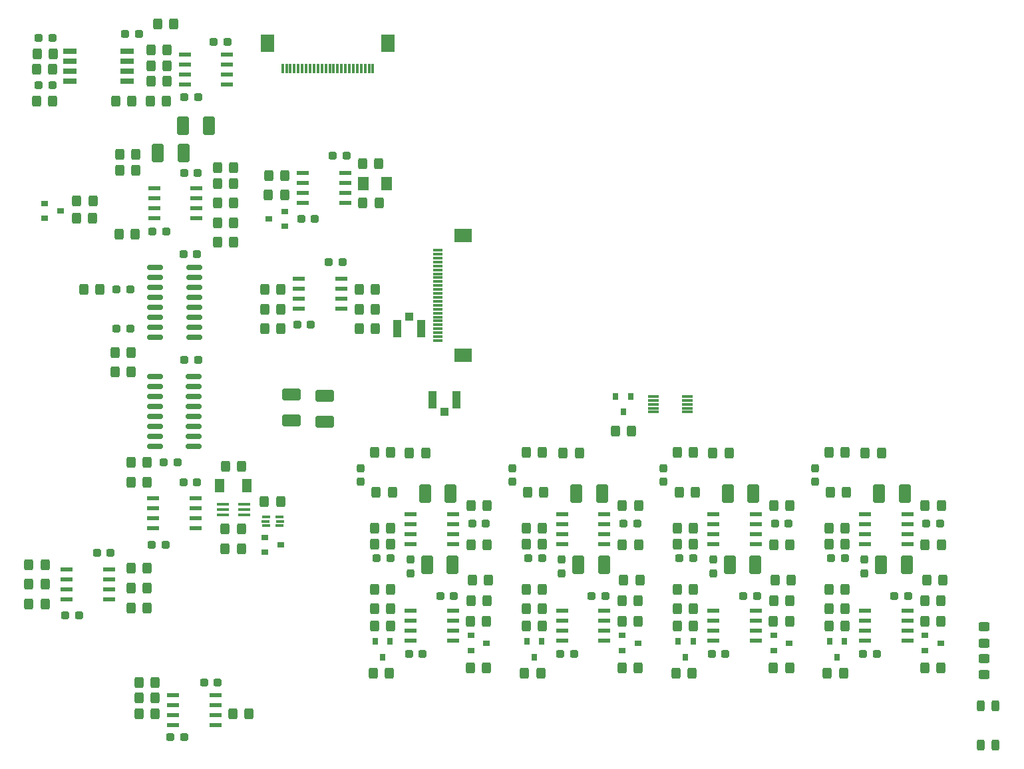
<source format=gbr>
G04 #@! TF.GenerationSoftware,KiCad,Pcbnew,(6.0.11-0)*
G04 #@! TF.CreationDate,2023-08-08T16:04:35+02:00*
G04 #@! TF.ProjectId,vm101-inout,766d3130-312d-4696-9e6f-75742e6b6963,rev?*
G04 #@! TF.SameCoordinates,Original*
G04 #@! TF.FileFunction,Paste,Top*
G04 #@! TF.FilePolarity,Positive*
%FSLAX46Y46*%
G04 Gerber Fmt 4.6, Leading zero omitted, Abs format (unit mm)*
G04 Created by KiCad (PCBNEW (6.0.11-0)) date 2023-08-08 16:04:35*
%MOMM*%
%LPD*%
G01*
G04 APERTURE LIST*
G04 Aperture macros list*
%AMRoundRect*
0 Rectangle with rounded corners*
0 $1 Rounding radius*
0 $2 $3 $4 $5 $6 $7 $8 $9 X,Y pos of 4 corners*
0 Add a 4 corners polygon primitive as box body*
4,1,4,$2,$3,$4,$5,$6,$7,$8,$9,$2,$3,0*
0 Add four circle primitives for the rounded corners*
1,1,$1+$1,$2,$3*
1,1,$1+$1,$4,$5*
1,1,$1+$1,$6,$7*
1,1,$1+$1,$8,$9*
0 Add four rect primitives between the rounded corners*
20,1,$1+$1,$2,$3,$4,$5,0*
20,1,$1+$1,$4,$5,$6,$7,0*
20,1,$1+$1,$6,$7,$8,$9,0*
20,1,$1+$1,$8,$9,$2,$3,0*%
G04 Aperture macros list end*
%ADD10RoundRect,0.250000X-0.325000X-0.450000X0.325000X-0.450000X0.325000X0.450000X-0.325000X0.450000X0*%
%ADD11RoundRect,0.250000X0.325000X0.450000X-0.325000X0.450000X-0.325000X-0.450000X0.325000X-0.450000X0*%
%ADD12R,1.550000X0.600000*%
%ADD13RoundRect,0.237500X0.287500X0.237500X-0.287500X0.237500X-0.287500X-0.237500X0.287500X-0.237500X0*%
%ADD14RoundRect,0.250001X0.499999X0.924999X-0.499999X0.924999X-0.499999X-0.924999X0.499999X-0.924999X0*%
%ADD15RoundRect,0.237500X-0.287500X-0.237500X0.287500X-0.237500X0.287500X0.237500X-0.287500X0.237500X0*%
%ADD16RoundRect,0.237500X0.237500X-0.287500X0.237500X0.287500X-0.237500X0.287500X-0.237500X-0.287500X0*%
%ADD17RoundRect,0.237500X-0.237500X0.287500X-0.237500X-0.287500X0.237500X-0.287500X0.237500X0.287500X0*%
%ADD18R,0.800000X0.900000*%
%ADD19R,0.900000X0.800000*%
%ADD20RoundRect,0.250001X0.462499X0.624999X-0.462499X0.624999X-0.462499X-0.624999X0.462499X-0.624999X0*%
%ADD21RoundRect,0.250001X-0.924999X0.499999X-0.924999X-0.499999X0.924999X-0.499999X0.924999X0.499999X0*%
%ADD22R,1.300000X1.700000*%
%ADD23RoundRect,0.243750X-0.243750X-0.456250X0.243750X-0.456250X0.243750X0.456250X-0.243750X0.456250X0*%
%ADD24RoundRect,0.250000X-0.450000X0.325000X-0.450000X-0.325000X0.450000X-0.325000X0.450000X0.325000X0*%
%ADD25RoundRect,0.250000X0.450000X-0.325000X0.450000X0.325000X-0.450000X0.325000X-0.450000X-0.325000X0*%
%ADD26R,1.300000X0.300000*%
%ADD27R,2.200000X1.800000*%
%ADD28R,1.500000X0.400000*%
%ADD29R,1.000000X0.375000*%
%ADD30R,1.100000X0.300000*%
%ADD31RoundRect,0.150000X-0.825000X-0.150000X0.825000X-0.150000X0.825000X0.150000X-0.825000X0.150000X0*%
%ADD32R,1.400000X0.300000*%
%ADD33R,1.000000X1.050000*%
%ADD34R,1.041400X2.209800*%
%ADD35R,0.300000X1.300000*%
%ADD36R,1.800000X2.200000*%
%ADD37R,1.700000X0.650000*%
G04 APERTURE END LIST*
D10*
X118950000Y-60800000D03*
X121000000Y-60800000D03*
X126491666Y-67500000D03*
X128541666Y-67500000D03*
D11*
X116291666Y-70400000D03*
X114241666Y-70400000D03*
D10*
X114241666Y-72400000D03*
X116291666Y-72400000D03*
X114241666Y-60750000D03*
X116291666Y-60750000D03*
D11*
X128541666Y-72500000D03*
X126491666Y-72500000D03*
D10*
X114241666Y-78200000D03*
X116291666Y-78200000D03*
X114441666Y-65800000D03*
X116491666Y-65800000D03*
X126441666Y-88200000D03*
X128491666Y-88200000D03*
X126666666Y-77000000D03*
X128716666Y-77000000D03*
X126441666Y-82200000D03*
X128491666Y-82200000D03*
X114241666Y-82800000D03*
X116291666Y-82800000D03*
D11*
X116091666Y-88800000D03*
X114041666Y-88800000D03*
D10*
X114241666Y-80600000D03*
X116291666Y-80600000D03*
D11*
X128516666Y-79600000D03*
X126466666Y-79600000D03*
D12*
X118816666Y-80895000D03*
X118816666Y-82165000D03*
X118816666Y-83435000D03*
X118816666Y-84705000D03*
X124216666Y-84705000D03*
X124216666Y-83435000D03*
X124216666Y-82165000D03*
X124216666Y-80895000D03*
D13*
X128391666Y-69750000D03*
X126641666Y-69750000D03*
D14*
X123891666Y-66000000D03*
X120641666Y-66000000D03*
D15*
X114516666Y-74200000D03*
X116266666Y-74200000D03*
D14*
X124141666Y-75000000D03*
X120891666Y-75000000D03*
D16*
X118766666Y-76125000D03*
X118766666Y-74375000D03*
D17*
X112466666Y-62725000D03*
X112466666Y-64475000D03*
D13*
X124341666Y-79000000D03*
X122591666Y-79000000D03*
D15*
X118591666Y-86400000D03*
X120341666Y-86400000D03*
D18*
X116216666Y-84800000D03*
X114316666Y-84800000D03*
X115266666Y-86800000D03*
D19*
X126466666Y-84050000D03*
X128466666Y-85000000D03*
X126466666Y-85950000D03*
D11*
X59100000Y-30900000D03*
X57050000Y-30900000D03*
D13*
X63875000Y-40000000D03*
X62125000Y-40000000D03*
D10*
X92975000Y-45000000D03*
X95025000Y-45000000D03*
D11*
X83025000Y-45000000D03*
X80975000Y-45000000D03*
D15*
X89125000Y-36500000D03*
X90875000Y-36500000D03*
X85125000Y-44500000D03*
X86875000Y-44500000D03*
D10*
X92975000Y-42500000D03*
X95025000Y-42500000D03*
X92975000Y-40000000D03*
X95025000Y-40000000D03*
X80975000Y-42500000D03*
X83025000Y-42500000D03*
X80975000Y-40000000D03*
X83025000Y-40000000D03*
D12*
X85300000Y-38595000D03*
X85300000Y-39865000D03*
X85300000Y-41135000D03*
X85300000Y-42405000D03*
X90700000Y-42405000D03*
X90700000Y-41135000D03*
X90700000Y-39865000D03*
X90700000Y-38595000D03*
D11*
X78000000Y-73000000D03*
X75950000Y-73000000D03*
D20*
X96487500Y-26500000D03*
X93512500Y-26500000D03*
D12*
X66900000Y-27095000D03*
X66900000Y-28365000D03*
X66900000Y-29635000D03*
X66900000Y-30905000D03*
X72300000Y-30905000D03*
X72300000Y-29635000D03*
X72300000Y-28365000D03*
X72300000Y-27095000D03*
D15*
X59625000Y-73500000D03*
X61375000Y-73500000D03*
D13*
X57375000Y-81500000D03*
X55625000Y-81500000D03*
D21*
X84400000Y-53400000D03*
X84400000Y-56650000D03*
X88600000Y-53550000D03*
X88600000Y-56800000D03*
D15*
X70725000Y-25200000D03*
X72475000Y-25200000D03*
X89625000Y-23000000D03*
X91375000Y-23000000D03*
X70625000Y-35500000D03*
X72375000Y-35500000D03*
X66725000Y-32600000D03*
X68475000Y-32600000D03*
D11*
X53025000Y-75000000D03*
X50975000Y-75000000D03*
D15*
X85625000Y-31000000D03*
X87375000Y-31000000D03*
D13*
X63875000Y-45000000D03*
X62125000Y-45000000D03*
D10*
X61950000Y-48000000D03*
X64000000Y-48000000D03*
X50975000Y-77500000D03*
X53025000Y-77500000D03*
D15*
X70625000Y-64500000D03*
X72375000Y-64500000D03*
D10*
X50975000Y-80000000D03*
X53025000Y-80000000D03*
D15*
X70750000Y-49000000D03*
X72500000Y-49000000D03*
X66625000Y-72500000D03*
X68375000Y-72500000D03*
D14*
X73850000Y-19200000D03*
X70600000Y-19200000D03*
X70650000Y-22600000D03*
X67400000Y-22600000D03*
D13*
X147658332Y-69750000D03*
X145908332Y-69750000D03*
D14*
X143158332Y-66000000D03*
X139908332Y-66000000D03*
D15*
X133783332Y-74200000D03*
X135533332Y-74200000D03*
D14*
X143408332Y-75000000D03*
X140158332Y-75000000D03*
D16*
X138033332Y-76125000D03*
X138033332Y-74375000D03*
D17*
X131733332Y-62725000D03*
X131733332Y-64475000D03*
D13*
X143608332Y-79000000D03*
X141858332Y-79000000D03*
D15*
X137858332Y-86400000D03*
X139608332Y-86400000D03*
D13*
X166925000Y-69750000D03*
X165175000Y-69750000D03*
D14*
X162425000Y-66000000D03*
X159175000Y-66000000D03*
D15*
X153050000Y-74200000D03*
X154800000Y-74200000D03*
D14*
X162675000Y-75000000D03*
X159425000Y-75000000D03*
D16*
X157300000Y-76125000D03*
X157300000Y-74375000D03*
D13*
X162875000Y-79000000D03*
X161125000Y-79000000D03*
D15*
X157125000Y-86400000D03*
X158875000Y-86400000D03*
D13*
X109125000Y-69750000D03*
X107375000Y-69750000D03*
D14*
X104625000Y-66000000D03*
X101375000Y-66000000D03*
D15*
X95250000Y-74200000D03*
X97000000Y-74200000D03*
D14*
X104875000Y-75000000D03*
X101625000Y-75000000D03*
D16*
X99500000Y-76125000D03*
X99500000Y-74375000D03*
D17*
X93200000Y-62725000D03*
X93200000Y-64475000D03*
D13*
X105075000Y-79000000D03*
X103325000Y-79000000D03*
D15*
X99325000Y-86400000D03*
X101075000Y-86400000D03*
D19*
X53000000Y-29050000D03*
X53000000Y-30950000D03*
X55000000Y-30000000D03*
X83500000Y-31950000D03*
X83500000Y-30050000D03*
X81500000Y-31000000D03*
D22*
X78750000Y-65000000D03*
X75250000Y-65000000D03*
D19*
X81000000Y-73450000D03*
X83000000Y-72500000D03*
X81000000Y-71550000D03*
D18*
X135483332Y-84800000D03*
X133583332Y-84800000D03*
X134533332Y-86800000D03*
X154750000Y-84800000D03*
X152850000Y-84800000D03*
X153800000Y-86800000D03*
X96950000Y-84800000D03*
X95050000Y-84800000D03*
X96000000Y-86800000D03*
D23*
X172125000Y-98000000D03*
X174000000Y-98000000D03*
X172125000Y-93000000D03*
X174000000Y-93000000D03*
D24*
X172500000Y-86950000D03*
X172500000Y-89000000D03*
D25*
X172500000Y-85000000D03*
X172500000Y-82950000D03*
D26*
X103000000Y-46500000D03*
X103000000Y-46000000D03*
X103000000Y-45500000D03*
X103000000Y-45000000D03*
X103000000Y-44500000D03*
X103000000Y-44000000D03*
X103000000Y-43500000D03*
X103000000Y-43000000D03*
X103000000Y-42500000D03*
X103000000Y-42000000D03*
X103000000Y-41500000D03*
X103000000Y-41000000D03*
X103000000Y-40500000D03*
X103000000Y-40000000D03*
X103000000Y-39500000D03*
X103000000Y-39000000D03*
X103000000Y-38500000D03*
X103000000Y-38000000D03*
X103000000Y-37500000D03*
X103000000Y-37000000D03*
X103000000Y-36500000D03*
X103000000Y-36000000D03*
X103000000Y-35500000D03*
X103000000Y-35000000D03*
D27*
X106250000Y-33100000D03*
X106250000Y-48400000D03*
D12*
X118816666Y-68595000D03*
X118816666Y-69865000D03*
X118816666Y-71135000D03*
X118816666Y-72405000D03*
X124216666Y-72405000D03*
X124216666Y-71135000D03*
X124216666Y-69865000D03*
X124216666Y-68595000D03*
D28*
X75670000Y-67350000D03*
X75670000Y-68000000D03*
X75670000Y-68650000D03*
X78330000Y-68650000D03*
X78330000Y-68000000D03*
X78330000Y-67350000D03*
D29*
X81150000Y-68962500D03*
D30*
X81075000Y-69500000D03*
D29*
X81150000Y-70037500D03*
X82850000Y-70037500D03*
D30*
X82925000Y-69500000D03*
D29*
X82850000Y-68962500D03*
D19*
X145733332Y-84050000D03*
X147733332Y-85000000D03*
X145733332Y-85950000D03*
X165000000Y-84050000D03*
X167000000Y-85000000D03*
X165000000Y-85950000D03*
X107200000Y-84050000D03*
X109200000Y-85000000D03*
X107200000Y-85950000D03*
D10*
X63975000Y-75500000D03*
X66025000Y-75500000D03*
D11*
X66025000Y-78000000D03*
X63975000Y-78000000D03*
X66025000Y-80500000D03*
X63975000Y-80500000D03*
X67025000Y-90000000D03*
X64975000Y-90000000D03*
D10*
X65000000Y-94000000D03*
X67050000Y-94000000D03*
X76950000Y-94000000D03*
X79000000Y-94000000D03*
X62450000Y-33000000D03*
X64500000Y-33000000D03*
X57075000Y-28700000D03*
X59125000Y-28700000D03*
D11*
X77000000Y-31500000D03*
X74950000Y-31500000D03*
D10*
X74950000Y-24500000D03*
X77000000Y-24500000D03*
D11*
X77025000Y-34000000D03*
X74975000Y-34000000D03*
X77025000Y-26500000D03*
X74975000Y-26500000D03*
D10*
X74975000Y-29000000D03*
X77025000Y-29000000D03*
D11*
X95525000Y-29000000D03*
X93475000Y-29000000D03*
D10*
X93450000Y-24000000D03*
X95500000Y-24000000D03*
X81450000Y-28000000D03*
X83500000Y-28000000D03*
D11*
X83525000Y-25500000D03*
X81475000Y-25500000D03*
D10*
X75975000Y-62500000D03*
X78025000Y-62500000D03*
D11*
X66050000Y-64500000D03*
X64000000Y-64500000D03*
D10*
X63950000Y-62000000D03*
X66000000Y-62000000D03*
X61950000Y-50500000D03*
X64000000Y-50500000D03*
D11*
X83000000Y-67000000D03*
X80950000Y-67000000D03*
D10*
X125575000Y-58000000D03*
X127625000Y-58000000D03*
X138000000Y-60800000D03*
X140050000Y-60800000D03*
X145758332Y-67500000D03*
X147808332Y-67500000D03*
D11*
X135558332Y-70400000D03*
X133508332Y-70400000D03*
D10*
X133508332Y-72400000D03*
X135558332Y-72400000D03*
X133508332Y-60750000D03*
X135558332Y-60750000D03*
D11*
X147808332Y-72500000D03*
X145758332Y-72500000D03*
D10*
X133508332Y-78200000D03*
X135558332Y-78200000D03*
X133708332Y-65800000D03*
X135758332Y-65800000D03*
X145708332Y-88200000D03*
X147758332Y-88200000D03*
X145933332Y-77000000D03*
X147983332Y-77000000D03*
X145708332Y-82200000D03*
X147758332Y-82200000D03*
X133508332Y-82800000D03*
X135558332Y-82800000D03*
D11*
X135358332Y-88800000D03*
X133308332Y-88800000D03*
D10*
X133508332Y-80600000D03*
X135558332Y-80600000D03*
D11*
X147783332Y-79600000D03*
X145733332Y-79600000D03*
D10*
X157400000Y-60800000D03*
X159450000Y-60800000D03*
X165025000Y-67500000D03*
X167075000Y-67500000D03*
D11*
X154825000Y-70400000D03*
X152775000Y-70400000D03*
D10*
X152775000Y-72400000D03*
X154825000Y-72400000D03*
X152775000Y-60750000D03*
X154825000Y-60750000D03*
D11*
X167075000Y-72500000D03*
X165025000Y-72500000D03*
D10*
X152775000Y-78200000D03*
X154825000Y-78200000D03*
X152975000Y-65800000D03*
X155025000Y-65800000D03*
X164975000Y-88200000D03*
X167025000Y-88200000D03*
X165200000Y-77000000D03*
X167250000Y-77000000D03*
X164975000Y-82200000D03*
X167025000Y-82200000D03*
X152775000Y-82800000D03*
X154825000Y-82800000D03*
D11*
X154625000Y-88800000D03*
X152575000Y-88800000D03*
D10*
X152775000Y-80600000D03*
X154825000Y-80600000D03*
D11*
X167050000Y-79600000D03*
X165000000Y-79600000D03*
D10*
X99400000Y-60800000D03*
X101450000Y-60800000D03*
X107225000Y-67500000D03*
X109275000Y-67500000D03*
D11*
X97025000Y-70400000D03*
X94975000Y-70400000D03*
D10*
X94975000Y-72400000D03*
X97025000Y-72400000D03*
X94975000Y-60750000D03*
X97025000Y-60750000D03*
D11*
X109275000Y-72500000D03*
X107225000Y-72500000D03*
D10*
X94975000Y-78200000D03*
X97025000Y-78200000D03*
X95175000Y-65800000D03*
X97225000Y-65800000D03*
X107175000Y-88200000D03*
X109225000Y-88200000D03*
X107400000Y-77000000D03*
X109450000Y-77000000D03*
X107175000Y-82200000D03*
X109225000Y-82200000D03*
X94975000Y-82800000D03*
X97025000Y-82800000D03*
X94975000Y-80600000D03*
X97025000Y-80600000D03*
D11*
X109250000Y-79600000D03*
X107200000Y-79600000D03*
D12*
X55800000Y-75595000D03*
X55800000Y-76865000D03*
X55800000Y-78135000D03*
X55800000Y-79405000D03*
X61200000Y-79405000D03*
X61200000Y-78135000D03*
X61200000Y-76865000D03*
X61200000Y-75595000D03*
X69300000Y-91595000D03*
X69300000Y-92865000D03*
X69300000Y-94135000D03*
X69300000Y-95405000D03*
X74700000Y-95405000D03*
X74700000Y-94135000D03*
X74700000Y-92865000D03*
X74700000Y-91595000D03*
D31*
X67050000Y-37190000D03*
X67050000Y-38460000D03*
X67050000Y-39730000D03*
X67050000Y-41000000D03*
X67050000Y-42270000D03*
X67050000Y-43540000D03*
X67050000Y-44810000D03*
X67050000Y-46080000D03*
X72000000Y-46080000D03*
X72000000Y-44810000D03*
X72000000Y-43540000D03*
X72000000Y-42270000D03*
X72000000Y-41000000D03*
X72000000Y-39730000D03*
X72000000Y-38460000D03*
X72000000Y-37190000D03*
D12*
X85860000Y-25195000D03*
X85860000Y-26465000D03*
X85860000Y-27735000D03*
X85860000Y-29005000D03*
X91260000Y-29005000D03*
X91260000Y-27735000D03*
X91260000Y-26465000D03*
X91260000Y-25195000D03*
D31*
X67025000Y-51055000D03*
X67025000Y-52325000D03*
X67025000Y-53595000D03*
X67025000Y-54865000D03*
X67025000Y-56135000D03*
X67025000Y-57405000D03*
X67025000Y-58675000D03*
X67025000Y-59945000D03*
X71975000Y-59945000D03*
X71975000Y-58675000D03*
X71975000Y-57405000D03*
X71975000Y-56135000D03*
X71975000Y-54865000D03*
X71975000Y-53595000D03*
X71975000Y-52325000D03*
X71975000Y-51055000D03*
D12*
X66800000Y-66595000D03*
X66800000Y-67865000D03*
X66800000Y-69135000D03*
X66800000Y-70405000D03*
X72200000Y-70405000D03*
X72200000Y-69135000D03*
X72200000Y-67865000D03*
X72200000Y-66595000D03*
D18*
X127550000Y-53600000D03*
X125650000Y-53600000D03*
X126600000Y-55600000D03*
D32*
X134800000Y-55600000D03*
X134800000Y-55100000D03*
X134800000Y-54600000D03*
X134800000Y-54100000D03*
X134800000Y-53600000D03*
X130400000Y-53600000D03*
X130400000Y-54100000D03*
X130400000Y-54600000D03*
X130400000Y-55100000D03*
X130400000Y-55600000D03*
D12*
X138083332Y-68595000D03*
X138083332Y-69865000D03*
X138083332Y-71135000D03*
X138083332Y-72405000D03*
X143483332Y-72405000D03*
X143483332Y-71135000D03*
X143483332Y-69865000D03*
X143483332Y-68595000D03*
X138083332Y-80895000D03*
X138083332Y-82165000D03*
X138083332Y-83435000D03*
X138083332Y-84705000D03*
X143483332Y-84705000D03*
X143483332Y-83435000D03*
X143483332Y-82165000D03*
X143483332Y-80895000D03*
X157350000Y-68595000D03*
X157350000Y-69865000D03*
X157350000Y-71135000D03*
X157350000Y-72405000D03*
X162750000Y-72405000D03*
X162750000Y-71135000D03*
X162750000Y-69865000D03*
X162750000Y-68595000D03*
X157350000Y-80895000D03*
X157350000Y-82165000D03*
X157350000Y-83435000D03*
X157350000Y-84705000D03*
X162750000Y-84705000D03*
X162750000Y-83435000D03*
X162750000Y-82165000D03*
X162750000Y-80895000D03*
X99550000Y-68595000D03*
X99550000Y-69865000D03*
X99550000Y-71135000D03*
X99550000Y-72405000D03*
X104950000Y-72405000D03*
X104950000Y-71135000D03*
X104950000Y-69865000D03*
X104950000Y-68595000D03*
X99550000Y-80895000D03*
X99550000Y-82165000D03*
X99550000Y-83435000D03*
X99550000Y-84705000D03*
X104950000Y-84705000D03*
X104950000Y-83435000D03*
X104950000Y-82165000D03*
X104950000Y-80895000D03*
D11*
X96825000Y-88800000D03*
X94775000Y-88800000D03*
D33*
X99352499Y-43474999D03*
D34*
X97854998Y-45000000D03*
X100850000Y-45000000D03*
D33*
X103852499Y-55525001D03*
D34*
X105350000Y-54000000D03*
X102354998Y-54000000D03*
D15*
X73250000Y-90000000D03*
X75000000Y-90000000D03*
D13*
X70750000Y-97000000D03*
X69000000Y-97000000D03*
D11*
X67050000Y-92000000D03*
X65000000Y-92000000D03*
D35*
X94750000Y-11900000D03*
X94250000Y-11900000D03*
X93750000Y-11900000D03*
X93250000Y-11900000D03*
X92750000Y-11900000D03*
X92250000Y-11900000D03*
X91750000Y-11900000D03*
X91250000Y-11900000D03*
X90750000Y-11900000D03*
X90250000Y-11900000D03*
X89750000Y-11900000D03*
X89250000Y-11900000D03*
X88750000Y-11900000D03*
X88250000Y-11900000D03*
X87750000Y-11900000D03*
X87250000Y-11900000D03*
X86750000Y-11900000D03*
X86250000Y-11900000D03*
X85750000Y-11900000D03*
X85250000Y-11900000D03*
X84750000Y-11900000D03*
X84250000Y-11900000D03*
X83750000Y-11900000D03*
X83250000Y-11900000D03*
D36*
X96650000Y-8650000D03*
X81350000Y-8650000D03*
D12*
X70800000Y-10095000D03*
X70800000Y-11365000D03*
X70800000Y-12635000D03*
X70800000Y-13905000D03*
X76200000Y-13905000D03*
X76200000Y-12635000D03*
X76200000Y-11365000D03*
X76200000Y-10095000D03*
D37*
X56200000Y-9690000D03*
X56200000Y-10960000D03*
X56200000Y-12230000D03*
X56200000Y-13500000D03*
X63500000Y-13500000D03*
X63500000Y-12230000D03*
X63500000Y-10960000D03*
X63500000Y-9690000D03*
D15*
X52250000Y-8000000D03*
X54000000Y-8000000D03*
X52250000Y-14000000D03*
X54000000Y-14000000D03*
D13*
X76250000Y-8500000D03*
X74500000Y-8500000D03*
D15*
X63250000Y-7500000D03*
X65000000Y-7500000D03*
D10*
X51975000Y-12000000D03*
X54025000Y-12000000D03*
X66450000Y-16000000D03*
X68500000Y-16000000D03*
D11*
X64050000Y-16000000D03*
X62000000Y-16000000D03*
D10*
X66475000Y-9500000D03*
X68525000Y-9500000D03*
X66475000Y-13500000D03*
X68525000Y-13500000D03*
X66475000Y-11500000D03*
X68525000Y-11500000D03*
X52000000Y-10000000D03*
X54050000Y-10000000D03*
X51950000Y-16000000D03*
X54000000Y-16000000D03*
X67350000Y-6200000D03*
X69400000Y-6200000D03*
D11*
X60000000Y-40000000D03*
X57950000Y-40000000D03*
D17*
X151000000Y-62725000D03*
X151000000Y-64475000D03*
D15*
X68125000Y-62000000D03*
X69875000Y-62000000D03*
D10*
X75950000Y-70500000D03*
X78000000Y-70500000D03*
D15*
X70750000Y-15500000D03*
X72500000Y-15500000D03*
D11*
X64559600Y-22788000D03*
X62509600Y-22788000D03*
X64610400Y-24870800D03*
X62560400Y-24870800D03*
M02*

</source>
